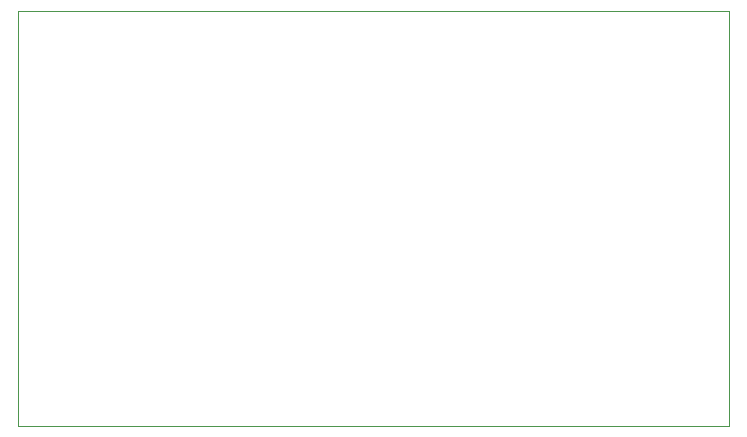
<source format=gm1>
G04 #@! TF.GenerationSoftware,KiCad,Pcbnew,8.0.7*
G04 #@! TF.CreationDate,2025-03-03T01:54:19+02:00*
G04 #@! TF.ProjectId,slug_v1_0,736c7567-5f76-4315-9f30-2e6b69636164,rev?*
G04 #@! TF.SameCoordinates,Original*
G04 #@! TF.FileFunction,Profile,NP*
%FSLAX46Y46*%
G04 Gerber Fmt 4.6, Leading zero omitted, Abs format (unit mm)*
G04 Created by KiCad (PCBNEW 8.0.7) date 2025-03-03 01:54:19*
%MOMM*%
%LPD*%
G01*
G04 APERTURE LIST*
G04 #@! TA.AperFunction,Profile*
%ADD10C,0.050000*%
G04 #@! TD*
G04 APERTURE END LIST*
D10*
X62900000Y-99900000D02*
X123100000Y-99900000D01*
X123100000Y-135100000D01*
X62900000Y-135100000D01*
X62900000Y-99900000D01*
M02*

</source>
